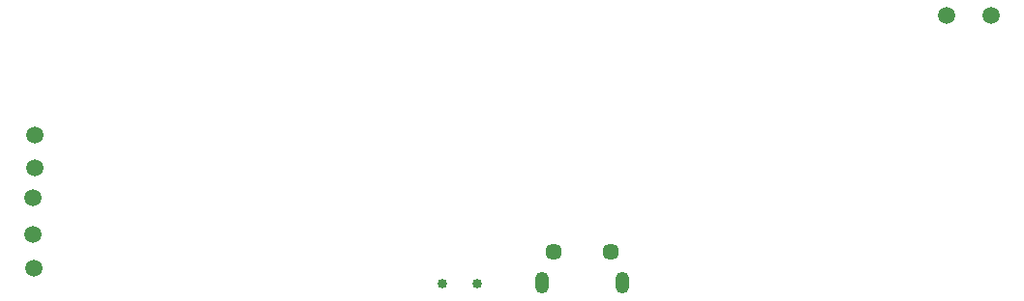
<source format=gbr>
%TF.GenerationSoftware,KiCad,Pcbnew,(7.0.0)*%
%TF.CreationDate,2023-08-19T05:22:45+05:30*%
%TF.ProjectId,glowtie,676c6f77-7469-4652-9e6b-696361645f70,rev?*%
%TF.SameCoordinates,Original*%
%TF.FileFunction,Soldermask,Bot*%
%TF.FilePolarity,Negative*%
%FSLAX46Y46*%
G04 Gerber Fmt 4.6, Leading zero omitted, Abs format (unit mm)*
G04 Created by KiCad (PCBNEW (7.0.0)) date 2023-08-19 05:22:45*
%MOMM*%
%LPD*%
G01*
G04 APERTURE LIST*
%ADD10C,0.850000*%
%ADD11O,1.200000X1.900000*%
%ADD12C,1.450000*%
%ADD13C,1.500000*%
G04 APERTURE END LIST*
D10*
X74825000Y-63875000D03*
X77825000Y-63875000D03*
D11*
X83574999Y-63812499D03*
D12*
X84575000Y-61112500D03*
X89575000Y-61112500D03*
D11*
X90574999Y-63812499D03*
D13*
X39020000Y-59520000D03*
X39160000Y-50810000D03*
X122850000Y-40350000D03*
X39060000Y-62510000D03*
X39010000Y-56370000D03*
X118950000Y-40350000D03*
X39140000Y-53680000D03*
M02*

</source>
